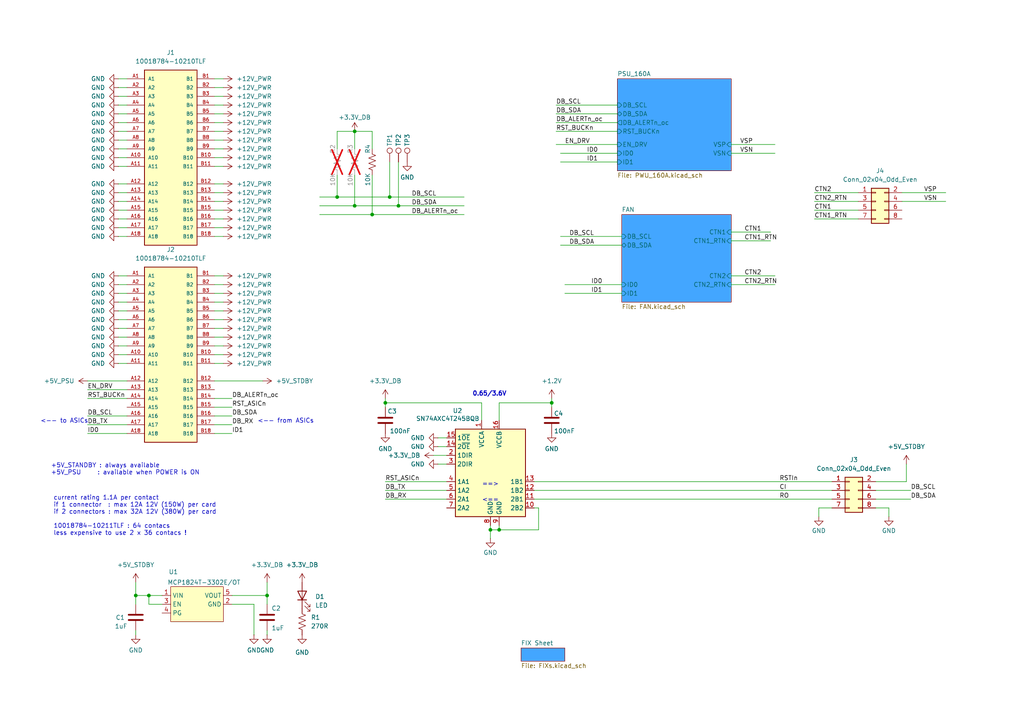
<source format=kicad_sch>
(kicad_sch (version 20231120) (generator "eeschema") (generator_version "8.0")
  (paper "A4")
  (lib_symbols
    (symbol "10018784-10210TLF:10018784-10210TLF" (pin_names (offset 1.016))
      (property "Reference" "J" (at -7.6109 26.1679 0))
      (property "Value" "10018784-10210TLF" (at -7.6106 -28.0246 0))
      (symbol "10018784-10210TLF_0_0"
        (rectangle (start -7.62 -25.4) (end 7.62 25.4) (stroke (width 0.254)) (fill (type background)))
        (pin passive line (at -12.7 22.86 0) (length 5.08) (name "A1") (number "A1"))
        (pin passive line (at -12.7 0 0) (length 5.08) (name "A10") (number "A10"))
        (pin passive line (at -12.7 -2.54 0) (length 5.08) (name "A11") (number "A11"))
        (pin passive line (at -12.7 -7.62 0) (length 5.08) (name "A12") (number "A12"))
        (pin passive line (at -12.7 -10.16 0) (length 5.08) (name "A13") (number "A13"))
        (pin passive line (at -12.7 -12.7 0) (length 5.08) (name "A14") (number "A14"))
        (pin passive line (at -12.7 -15.24 0) (length 5.08) (name "A15") (number "A15"))
        (pin passive line (at -12.7 -17.78 0) (length 5.08) (name "A16") (number "A16"))
        (pin passive line (at -12.7 -20.32 0) (length 5.08) (name "A17") (number "A17"))
        (pin passive line (at -12.7 -22.86 0) (length 5.08) (name "A18") (number "A18"))
        (pin passive line (at -12.7 20.32 0) (length 5.08) (name "A2") (number "A2"))
        (pin passive line (at -12.7 17.78 0) (length 5.08) (name "A3") (number "A3"))
        (pin passive line (at -12.7 15.24 0) (length 5.08) (name "A4") (number "A4"))
        (pin passive line (at -12.7 12.7 0) (length 5.08) (name "A5") (number "A5"))
        (pin passive line (at -12.7 10.16 0) (length 5.08) (name "A6") (number "A6"))
        (pin passive line (at -12.7 7.62 0) (length 5.08) (name "A7") (number "A7"))
        (pin passive line (at -12.7 5.08 0) (length 5.08) (name "A8") (number "A8"))
        (pin passive line (at -12.7 2.54 0) (length 5.08) (name "A9") (number "A9"))
        (pin passive line (at 12.7 22.86 180) (length 5.08) (name "B1") (number "B1"))
        (pin passive line (at 12.7 0 180) (length 5.08) (name "B10") (number "B10"))
        (pin passive line (at 12.7 -2.54 180) (length 5.08) (name "B11") (number "B11"))
        (pin passive line (at 12.7 -7.62 180) (length 5.08) (name "B12") (number "B12"))
        (pin passive line (at 12.7 -10.16 180) (length 5.08) (name "B13") (number "B13"))
        (pin passive line (at 12.7 -12.7 180) (length 5.08) (name "B14") (number "B14"))
        (pin passive line (at 12.7 -15.24 180) (length 5.08) (name "B15") (number "B15"))
        (pin passive line (at 12.7 -17.78 180) (length 5.08) (name "B16") (number "B16"))
        (pin passive line (at 12.7 -20.32 180) (length 5.08) (name "B17") (number "B17"))
        (pin passive line (at 12.7 -22.86 180) (length 5.08) (name "B18") (number "B18"))
        (pin passive line (at 12.7 20.32 180) (length 5.08) (name "B2") (number "B2"))
        (pin passive line (at 12.7 17.78 180) (length 5.08) (name "B3") (number "B3"))
        (pin passive line (at 12.7 15.24 180) (length 5.08) (name "B4") (number "B4"))
        (pin passive line (at 12.7 12.7 180) (length 5.08) (name "B5") (number "B5"))
        (pin passive line (at 12.7 10.16 180) (length 5.08) (name "B6") (number "B6"))
        (pin passive line (at 12.7 7.62 180) (length 5.08) (name "B7") (number "B7"))
        (pin passive line (at 12.7 5.08 180) (length 5.08) (name "B8") (number "B8"))
        (pin passive line (at 12.7 2.54 180) (length 5.08) (name "B9") (number "B9"))
      )
    )
    (symbol "Connector:TestPoint" (pin_numbers hide) (pin_names (offset 0.762) hide)
      (property "Reference" "TP" (at 0 6.858 0))
      (property "Value" "TestPoint" (at 0 5.08 0))
      (symbol "TestPoint_0_1"
        (circle (center 0 3.302) (radius 0.762))
      )
      (symbol "TestPoint_1_1"
        (pin passive line (at 0 0 90) (length 2.54) (name "1") (number "1"))
      )
    )
    (symbol "Connector_Generic:Conn_02x04_Odd_Even" (pin_names (offset 1.016) hide)
      (property "Reference" "J" (at 1.27 5.08 0))
      (property "Value" "Conn_02x04_Odd_Even" (at 1.27 -7.62 0))
      (symbol "Conn_02x04_Odd_Even_1_1"
        (rectangle (start -1.27 -4.953) (end 0 -5.207) (stroke (width 0.1524)))
        (rectangle (start -1.27 -2.413) (end 0 -2.667) (stroke (width 0.1524)))
        (rectangle (start -1.27 0.127) (end 0 -0.127) (stroke (width 0.1524)))
        (rectangle (start -1.27 2.667) (end 0 2.413) (stroke (width 0.1524)))
        (rectangle (start -1.27 3.81) (end 3.81 -6.35) (stroke (width 0.254)) (fill (type background)))
        (rectangle (start 3.81 -4.953) (end 2.54 -5.207) (stroke (width 0.1524)))
        (rectangle (start 3.81 -2.413) (end 2.54 -2.667) (stroke (width 0.1524)))
        (rectangle (start 3.81 0.127) (end 2.54 -0.127) (stroke (width 0.1524)))
        (rectangle (start 3.81 2.667) (end 2.54 2.413) (stroke (width 0.1524)))
        (pin passive line (at -5.08 2.54 0) (length 3.81) (name "Pin_1") (number "1"))
        (pin passive line (at 7.62 2.54 180) (length 3.81) (name "Pin_2") (number "2"))
        (pin passive line (at -5.08 0 0) (length 3.81) (name "Pin_3") (number "3"))
        (pin passive line (at 7.62 0 180) (length 3.81) (name "Pin_4") (number "4"))
        (pin passive line (at -5.08 -2.54 0) (length 3.81) (name "Pin_5") (number "5"))
        (pin passive line (at 7.62 -2.54 180) (length 3.81) (name "Pin_6") (number "6"))
        (pin passive line (at -5.08 -5.08 0) (length 3.81) (name "Pin_7") (number "7"))
        (pin passive line (at 7.62 -5.08 180) (length 3.81) (name "Pin_8") (number "8"))
      )
    )
    (symbol "Device:C" (pin_numbers hide) (pin_names (offset 0.254))
      (property "Reference" "C" (at 0.635 2.54 0))
      (property "Value" "C" (at 0.635 -2.54 0))
      (symbol "C_0_1"
        (polyline (pts (xy -2.032 -0.762) (xy 2.032 -0.762)) (stroke (width 0.508)))
        (polyline (pts (xy -2.032 0.762) (xy 2.032 0.762)) (stroke (width 0.508)))
      )
      (symbol "C_1_1"
        (pin passive line (at 0 3.81 270) (length 2.794) (name "~") (number "1"))
        (pin passive line (at 0 -3.81 90) (length 2.794) (name "~") (number "2"))
      )
    )
    (symbol "Device:LED" (pin_numbers hide) (pin_names (offset 1.016) hide)
      (property "Reference" "D" (at 0 2.54 0))
      (property "Value" "LED" (at 0 -2.54 0))
      (symbol "LED_0_1"
        (polyline (pts (xy -1.27 -1.27) (xy -1.27 1.27)) (stroke (width 0.254)))
        (polyline (pts (xy -1.27 0) (xy 1.27 0)))
        (polyline (pts (xy 1.27 -1.27) (xy 1.27 1.27) (xy -1.27 0) (xy 1.27 -1.27)) (stroke (width 0.254)))
        (polyline (pts (xy -3.048 -0.762) (xy -4.572 -2.286) (xy -3.81 -2.286) (xy -4.572 -2.286) (xy -4.572 -1.524)))
        (polyline (pts (xy -1.778 -0.762) (xy -3.302 -2.286) (xy -2.54 -2.286) (xy -3.302 -2.286) (xy -3.302 -1.524)))
      )
      (symbol "LED_1_1"
        (pin passive line (at -3.81 0 0) (length 2.54) (name "K") (number "1"))
        (pin passive line (at 3.81 0 180) (length 2.54) (name "A") (number "2"))
      )
    )
    (symbol "Device:R_US" (pin_numbers hide) (pin_names (offset 0))
      (property "Reference" "R" (at 2.54 0 90))
      (property "Value" "R_US" (at -2.54 0 90))
      (symbol "R_US_0_1"
        (polyline (pts (xy 0 -2.286) (xy 0 -2.54)))
        (polyline (pts (xy 0 2.286) (xy 0 2.54)))
        (polyline (pts (xy 0 -0.762) (xy 1.016 -1.143) (xy 0 -1.524) (xy -1.016 -1.905) (xy 0 -2.286)))
        (polyline (pts (xy 0 0.762) (xy 1.016 0.381) (xy 0 0) (xy -1.016 -0.381) (xy 0 -0.762)))
        (polyline (pts (xy 0 2.286) (xy 1.016 1.905) (xy 0 1.524) (xy -1.016 1.143) (xy 0 0.762)))
      )
      (symbol "R_US_1_1"
        (pin passive line (at 0 3.81 270) (length 1.27) (name "~") (number "1"))
        (pin passive line (at 0 -3.81 90) (length 1.27) (name "~") (number "2"))
      )
    )
    (symbol "EKO_Miner_ASIClib:SN74AXC4T245BQB"
      (property "Reference" "U" (at 6.604 16.002 0))
      (property "Value" "SN74AXC4T245BQB" (at 14.986 13.97 0))
      (symbol "SN74AXC4T245BQB_0_1"
        (rectangle (start -10.16 12.7) (end 10.16 -12.7) (stroke (width 0.254)) (fill (type background)))
      )
      (symbol "SN74AXC4T245BQB_1_1"
        (pin power_in line (at -2.54 15.24 270) (length 2.54) (name "VCCA") (number "1"))
        (pin bidirectional line (at 12.7 -10.16 180) (length 2.54) (name "2B2") (number "10"))
        (pin bidirectional line (at 12.7 -7.62 180) (length 2.54) (name "2B1") (number "11"))
        (pin bidirectional line (at 12.7 -5.08 180) (length 2.54) (name "1B2") (number "12"))
        (pin bidirectional line (at 12.7 -2.54 180) (length 2.54) (name "1B1") (number "13"))
        (pin input line (at -12.7 7.62 0) (length 2.54) (name "2~{OE}") (number "14"))
        (pin input line (at -12.7 10.16 0) (length 2.54) (name "1~{OE}") (number "15"))
        (pin power_in line (at 2.54 15.24 270) (length 2.54) (name "VCCB") (number "16"))
        (pin input line (at -12.7 5.08 0) (length 2.54) (name "1DIR") (number "2"))
        (pin input line (at -12.7 2.54 0) (length 2.54) (name "2DIR") (number "3"))
        (pin bidirectional line (at -12.7 -2.54 0) (length 2.54) (name "1A1") (number "4"))
        (pin bidirectional line (at -12.7 -5.08 0) (length 2.54) (name "1A2") (number "5"))
        (pin bidirectional line (at -12.7 -7.62 0) (length 2.54) (name "2A1") (number "6"))
        (pin bidirectional line (at -12.7 -10.16 0) (length 2.54) (name "2A2") (number "7"))
        (pin power_in line (at 0 -15.24 90) (length 2.54) (name "GND") (number "8"))
        (pin power_in line (at 2.54 -15.24 90) (length 2.54) (name "GND") (number "9"))
      )
    )
    (symbol "MCP1824_1"
      (property "Reference" "U" (at -7.62 5.08 0))
      (property "Value" "MCP1824_1" (at 5.08 5.08 0))
      (symbol "MCP1824_1_0_1"
        (rectangle (start -7.62 3.81) (end 7.62 -6.35) (stroke (width 0.1524)) (fill (type background)))
      )
      (symbol "MCP1824_1_1_0"
        (pin bidirectional line (at -10.16 1.27 0) (length 2.54) (name "VIN") (number "1"))
        (pin bidirectional line (at 10.16 -1.27 180) (length 2.54) (name "GND") (number "2"))
        (pin bidirectional line (at -10.16 -1.27 0) (length 2.54) (name "EN") (number "3"))
        (pin bidirectional line (at -10.16 -3.81 0) (length 2.54) (name "PG") (number "4"))
        (pin bidirectional line (at 10.16 1.27 180) (length 2.54) (name "VOUT") (number "5"))
      )
    )
    (symbol "power:+3.3V" (power) (pin_names (offset 0))
      (property "Value" "+3.3V" (at 0 3.556 0))
      (symbol "+3.3V_0_1"
        (polyline (pts (xy -0.762 1.27) (xy 0 2.54)))
        (polyline (pts (xy 0 0) (xy 0 2.54)))
        (polyline (pts (xy 0 2.54) (xy 0.762 1.27)))
      )
      (symbol "+3.3V_1_1"
        (pin power_in line (at 0 0 90) (length 0) hide (name "+3.3V") (number "1"))
      )
    )
    (symbol "power:GND" (power) (pin_numbers hide) (pin_names (offset 0) hide)
      (property "Value" "GND" (at 0 -3.81 0))
      (symbol "GND_0_1"
        (polyline (pts (xy 0 0) (xy 0 -1.27) (xy 1.27 -1.27) (xy 0 -2.54) (xy -1.27 -1.27) (xy 0 -1.27)))
      )
      (symbol "GND_1_1"
        (pin power_in line (at 0 0 270) (length 0) (name "~") (number "1"))
      )
    )
    (symbol "power:VDD" (power) (pin_numbers hide) (pin_names (offset 0) hide)
      (property "Value" "VDD" (at 0 3.556 0))
      (symbol "VDD_0_1"
        (polyline (pts (xy -0.762 1.27) (xy 0 2.54)))
        (polyline (pts (xy 0 0) (xy 0 2.54)))
        (polyline (pts (xy 0 2.54) (xy 0.762 1.27)))
      )
      (symbol "VDD_1_1"
        (pin power_in line (at 0 0 90) (length 0) (name "~") (number "1"))
      )
    )
  )
  (junction (at 97.79 57.15))
  (junction (at 102.87 38.1))
  (junction (at 142.24 153.67))
  (junction (at 111.76 116.84))
  (junction (at 107.95 62.23))
  (junction (at 115.57 59.69))
  (junction (at 39.37 172.72))
  (junction (at 77.47 172.72))
  (junction (at 102.87 59.69))
  (junction (at 160.02 116.84))
  (junction (at 113.03 57.15))
  (junction (at 43.18 172.72))
  (junction (at 144.78 153.67))
  (wire (pts (xy 92.71 57.15) (xy 97.79 57.15)))
  (wire (pts (xy 129.54 132.08) (xy 125.73 132.08)))
  (wire (pts (xy 111.76 142.24) (xy 129.54 142.24)))
  (wire (pts (xy 39.37 172.72) (xy 39.37 175.26)))
  (wire (pts (xy 62.23 33.02) (xy 64.77 33.02)))
  (wire (pts (xy 107.95 62.23) (xy 134.62 62.23)))
  (wire (pts (xy 107.95 50.8) (xy 107.95 62.23)))
  (wire (pts (xy 62.23 43.18) (xy 64.77 43.18)))
  (wire (pts (xy 25.4 110.49) (xy 36.83 110.49)))
  (wire (pts (xy 25.4 120.65) (xy 36.83 120.65)))
  (wire (pts (xy 39.37 168.91) (xy 39.37 172.72)))
  (wire (pts (xy 261.62 58.42) (xy 274.32 58.42)))
  (wire (pts (xy 34.29 102.87) (xy 36.83 102.87)))
  (wire (pts (xy 25.4 123.19) (xy 36.83 123.19)))
  (wire (pts (xy 64.77 92.71) (xy 62.23 92.71)))
  (wire (pts (xy 212.09 80.01) (xy 224.79 80.01)))
  (wire (pts (xy 62.23 60.96) (xy 64.77 60.96)))
  (wire (pts (xy 34.29 33.02) (xy 36.83 33.02)))
  (wire (pts (xy 162.56 68.58) (xy 180.34 68.58)))
  (wire (pts (xy 142.24 153.67) (xy 144.78 153.67)))
  (wire (pts (xy 154.94 144.78) (xy 241.3 144.78)))
  (wire (pts (xy 34.29 100.33) (xy 36.83 100.33)))
  (wire (pts (xy 34.29 60.96) (xy 36.83 60.96)))
  (wire (pts (xy 39.37 172.72) (xy 43.18 172.72)))
  (wire (pts (xy 236.22 58.42) (xy 248.92 58.42)))
  (wire (pts (xy 34.29 87.63) (xy 36.83 87.63)))
  (wire (pts (xy 179.07 46.99) (xy 162.56 46.99)))
  (wire (pts (xy 64.77 87.63) (xy 62.23 87.63)))
  (wire (pts (xy 34.29 53.34) (xy 36.83 53.34)))
  (wire (pts (xy 43.18 172.72) (xy 46.99 172.72)))
  (wire (pts (xy 77.47 184.15) (xy 77.47 182.88)))
  (wire (pts (xy 34.29 45.72) (xy 36.83 45.72)))
  (wire (pts (xy 64.77 22.86) (xy 62.23 22.86)))
  (wire (pts (xy 34.29 55.88) (xy 36.83 55.88)))
  (wire (pts (xy 262.89 139.7) (xy 254 139.7)))
  (wire (pts (xy 34.29 22.86) (xy 36.83 22.86)))
  (wire (pts (xy 212.09 41.91) (xy 224.79 41.91)))
  (wire (pts (xy 113.03 57.15) (xy 134.62 57.15)))
  (wire (pts (xy 111.76 118.11) (xy 111.76 116.84)))
  (wire (pts (xy 34.29 40.64) (xy 36.83 40.64)))
  (wire (pts (xy 73.66 184.15) (xy 73.66 175.26)))
  (wire (pts (xy 111.76 144.78) (xy 129.54 144.78)))
  (wire (pts (xy 97.79 38.1) (xy 102.87 38.1)))
  (wire (pts (xy 144.78 116.84) (xy 144.78 121.92)))
  (wire (pts (xy 160.02 118.11) (xy 160.02 116.84)))
  (wire (pts (xy 237.49 147.32) (xy 237.49 149.86)))
  (wire (pts (xy 34.29 90.17) (xy 36.83 90.17)))
  (wire (pts (xy 34.29 38.1) (xy 36.83 38.1)))
  (wire (pts (xy 142.24 153.67) (xy 142.24 156.21)))
  (wire (pts (xy 154.94 139.7) (xy 241.3 139.7)))
  (wire (pts (xy 34.29 35.56) (xy 36.83 35.56)))
  (wire (pts (xy 62.23 110.49) (xy 76.2 110.49)))
  (wire (pts (xy 154.94 147.32) (xy 156.21 147.32)))
  (wire (pts (xy 264.16 144.78) (xy 254 144.78)))
  (wire (pts (xy 64.77 63.5) (xy 62.23 63.5)))
  (wire (pts (xy 144.78 153.67) (xy 156.21 153.67)))
  (wire (pts (xy 212.09 69.85) (xy 223.52 69.85)))
  (wire (pts (xy 62.23 125.73) (xy 67.31 125.73)))
  (wire (pts (xy 64.77 30.48) (xy 62.23 30.48)))
  (wire (pts (xy 179.07 44.45) (xy 162.56 44.45)))
  (wire (pts (xy 64.77 45.72) (xy 62.23 45.72)))
  (wire (pts (xy 34.29 80.01) (xy 36.83 80.01)))
  (wire (pts (xy 241.3 147.32) (xy 237.49 147.32)))
  (wire (pts (xy 115.57 46.99) (xy 115.57 59.69)))
  (wire (pts (xy 262.89 134.62) (xy 262.89 139.7)))
  (wire (pts (xy 261.62 55.88) (xy 274.32 55.88)))
  (wire (pts (xy 180.34 82.55) (xy 163.83 82.55)))
  (wire (pts (xy 34.29 27.94) (xy 36.83 27.94)))
  (wire (pts (xy 102.87 50.8) (xy 102.87 59.69)))
  (wire (pts (xy 161.29 30.48) (xy 179.07 30.48)))
  (wire (pts (xy 180.34 85.09) (xy 163.83 85.09)))
  (wire (pts (xy 62.23 25.4) (xy 64.77 25.4)))
  (wire (pts (xy 111.76 139.7) (xy 129.54 139.7)))
  (wire (pts (xy 102.87 38.1) (xy 102.87 43.18)))
  (wire (pts (xy 34.29 97.79) (xy 36.83 97.79)))
  (wire (pts (xy 64.77 58.42) (xy 62.23 58.42)))
  (wire (pts (xy 34.29 85.09) (xy 36.83 85.09)))
  (wire (pts (xy 62.23 90.17) (xy 64.77 90.17)))
  (wire (pts (xy 62.23 120.65) (xy 67.31 120.65)))
  (wire (pts (xy 111.76 116.84) (xy 111.76 115.57)))
  (wire (pts (xy 129.54 129.54) (xy 127 129.54)))
  (wire (pts (xy 64.77 97.79) (xy 62.23 97.79)))
  (wire (pts (xy 264.16 142.24) (xy 254 142.24)))
  (wire (pts (xy 43.18 172.72) (xy 43.18 175.26)))
  (wire (pts (xy 236.22 63.5) (xy 248.92 63.5)))
  (wire (pts (xy 77.47 172.72) (xy 77.47 175.26)))
  (wire (pts (xy 25.4 115.57) (xy 36.83 115.57)))
  (wire (pts (xy 64.77 40.64) (xy 62.23 40.64)))
  (wire (pts (xy 129.54 134.62) (xy 127 134.62)))
  (wire (pts (xy 102.87 59.69) (xy 115.57 59.69)))
  (wire (pts (xy 62.23 66.04) (xy 64.77 66.04)))
  (wire (pts (xy 62.23 115.57) (xy 67.31 115.57)))
  (wire (pts (xy 142.24 152.4) (xy 142.24 153.67)))
  (wire (pts (xy 34.29 82.55) (xy 36.83 82.55)))
  (wire (pts (xy 62.23 95.25) (xy 64.77 95.25)))
  (wire (pts (xy 34.29 43.18) (xy 36.83 43.18)))
  (wire (pts (xy 62.23 105.41) (xy 64.77 105.41)))
  (wire (pts (xy 97.79 43.18) (xy 97.79 38.1)))
  (wire (pts (xy 97.79 57.15) (xy 113.03 57.15)))
  (wire (pts (xy 64.77 53.34) (xy 62.23 53.34)))
  (wire (pts (xy 161.29 35.56) (xy 179.07 35.56)))
  (wire (pts (xy 34.29 95.25) (xy 36.83 95.25)))
  (wire (pts (xy 154.94 142.24) (xy 241.3 142.24)))
  (wire (pts (xy 64.77 35.56) (xy 62.23 35.56)))
  (wire (pts (xy 257.81 147.32) (xy 257.81 149.86)))
  (wire (pts (xy 212.09 67.31) (xy 223.52 67.31)))
  (wire (pts (xy 34.29 58.42) (xy 36.83 58.42)))
  (wire (pts (xy 34.29 66.04) (xy 36.83 66.04)))
  (wire (pts (xy 111.76 116.84) (xy 139.7 116.84)))
  (wire (pts (xy 113.03 46.99) (xy 113.03 57.15)))
  (wire (pts (xy 73.66 175.26) (xy 67.31 175.26)))
  (wire (pts (xy 156.21 147.32) (xy 156.21 153.67)))
  (wire (pts (xy 62.23 118.11) (xy 67.31 118.11)))
  (wire (pts (xy 236.22 55.88) (xy 248.92 55.88)))
  (wire (pts (xy 161.29 33.02) (xy 179.07 33.02)))
  (wire (pts (xy 236.22 60.96) (xy 248.92 60.96)))
  (wire (pts (xy 161.29 38.1) (xy 179.07 38.1)))
  (wire (pts (xy 64.77 68.58) (xy 62.23 68.58)))
  (wire (pts (xy 77.47 168.91) (xy 77.47 172.72)))
  (wire (pts (xy 212.09 44.45) (xy 224.79 44.45)))
  (wire (pts (xy 34.29 48.26) (xy 36.83 48.26)))
  (wire (pts (xy 160.02 116.84) (xy 160.02 115.57)))
  (wire (pts (xy 144.78 152.4) (xy 144.78 153.67)))
  (wire (pts (xy 139.7 121.92) (xy 139.7 116.84)))
  (wire (pts (xy 115.57 59.69) (xy 134.62 59.69)))
  (wire (pts (xy 62.23 100.33) (xy 64.77 100.33)))
  (wire (pts (xy 34.29 63.5) (xy 36.83 63.5)))
  (wire (pts (xy 144.78 116.84) (xy 160.02 116.84)))
  (wire (pts (xy 34.29 68.58) (xy 36.83 68.58)))
  (wire (pts (xy 25.4 125.73) (xy 36.83 125.73)))
  (wire (pts (xy 62.23 38.1) (xy 64.77 38.1)))
  (wire (pts (xy 34.29 92.71) (xy 36.83 92.71)))
  (wire (pts (xy 62.23 48.26) (xy 64.77 48.26)))
  (wire (pts (xy 97.79 50.8) (xy 97.79 57.15)))
  (wire (pts (xy 212.09 82.55) (xy 224.79 82.55)))
  (wire (pts (xy 34.29 25.4) (xy 36.83 25.4)))
  (wire (pts (xy 25.4 113.03) (xy 36.83 113.03)))
  (wire (pts (xy 43.18 175.26) (xy 46.99 175.26)))
  (wire (pts (xy 62.23 82.55) (xy 64.77 82.55)))
  (wire (pts (xy 64.77 27.94) (xy 62.23 27.94)))
  (wire (pts (xy 62.23 55.88) (xy 64.77 55.88)))
  (wire (pts (xy 34.29 105.41) (xy 36.83 105.41)))
  (wire (pts (xy 162.56 71.12) (xy 180.34 71.12)))
  (wire (pts (xy 92.71 62.23) (xy 107.95 62.23)))
  (wire (pts (xy 62.23 123.19) (xy 67.31 123.19)))
  (wire (pts (xy 64.77 85.09) (xy 62.23 85.09)))
  (wire (pts (xy 92.71 59.69) (xy 102.87 59.69)))
  (wire (pts (xy 161.29 41.91) (xy 179.07 41.91)))
  (wire (pts (xy 34.29 30.48) (xy 36.83 30.48)))
  (wire (pts (xy 107.95 38.1) (xy 107.95 43.18)))
  (wire (pts (xy 64.77 80.01) (xy 62.23 80.01)))
  (wire (pts (xy 64.77 102.87) (xy 62.23 102.87)))
  (wire (pts (xy 67.31 172.72) (xy 77.47 172.72)))
  (wire (pts (xy 39.37 184.15) (xy 39.37 182.88)))
  (wire (pts (xy 127 127) (xy 129.54 127)))
  (wire (pts (xy 254 147.32) (xy 257.81 147.32)))
  (wire (pts (xy 102.87 38.1) (xy 107.95 38.1)))
  (text "<-- from ASICs" (at 74.676 122.174 0) (effects (font (size 1.27 1.27)) (justify left)))
  (text "==>" (at 142.24 140.462 0) (effects (font (size 1.27 1.27))))
  (text "0.65/3.6V" (at 141.986 114.3 0) (effects (font (size 1.27 1.27) (bold yes))))
  (text "<==" (at 142.24 145.034 0) (effects (font (size 1.27 1.27))))
  (text "<-- to ASICs" (at 11.684 122.174 0) (effects (font (size 1.27 1.27)) (justify left)))
  (text "current rating 1.1A per contact\nif 1 connector  : max 12A 12V (150W) per card\nif 2 connectors : max 32A 12V (380W) per card\n\n10018784-10211TLF : 64 contacs\nless expensive to use 2 x 36 contacs !" (at 15.494 149.606 0) (effects (font (size 1.27 1.27)) (justify left)))
  (text "+5V_STANDBY : always available\n+5V_PSU     : available when POWER is ON" (at 14.732 136.144 0) (effects (font (size 1.27 1.27)) (justify left)))
  (label "RST_BUCKn" (at 25.4 115.57 0))
  (label "DB_RX" (at 111.76 144.78 0))
  (label "EN_DRV" (at 25.4 113.03 0))
  (label "CTN1_RTN" (at 215.9 69.85 0))
  (label "DB_SDA" (at 67.31 120.65 0))
  (label "DB_SCL" (at 165.1 68.58 0))
  (label "RSTIn" (at 226.06 139.7 0))
  (label "RST_ASICn" (at 111.76 139.7 0))
  (label "VSP" (at 214.63 41.91 0))
  (label "DB_ALERTn_oc" (at 161.29 35.56 0))
  (label "CI" (at 226.06 142.24 0))
  (label "DB_ALERTn_oc" (at 67.31 115.57 0))
  (label "DB_ALERTn_oc" (at 119.38 62.23 0))
  (label "CTN1_RTN" (at 236.22 63.5 0))
  (label "ID1" (at 170.18 46.99 0))
  (label "DB_SDA" (at 264.16 144.78 0))
  (label "DB_SCL" (at 25.4 120.65 0))
  (label "DB_SDA" (at 161.29 33.02 0))
  (label "VSN" (at 267.97 58.42 0))
  (label "VSN" (at 214.63 44.45 0))
  (label "ID1" (at 171.45 85.09 0))
  (label "DB_TX" (at 111.76 142.24 0))
  (label "DB_SCL" (at 119.38 57.15 0))
  (label "ID1" (at 67.31 125.73 0))
  (label "RST_ASICn" (at 67.31 118.11 0))
  (label "ID0" (at 25.4 125.73 0))
  (label "ID0" (at 171.45 82.55 0))
  (label "DB_SCL" (at 264.16 142.24 0))
  (label "RST_BUCKn" (at 161.29 38.1 0))
  (label "CTN2_RTN" (at 236.22 58.42 0))
  (label "RO" (at 226.06 144.78 0))
  (label "DB_SDA" (at 119.38 59.69 0))
  (label "CTN2" (at 215.9 80.01 0))
  (label "DB_RX" (at 67.31 123.19 0))
  (label "EN_DRV" (at 163.83 41.91 0))
  (label "ID0" (at 170.18 44.45 0))
  (label "CTN1" (at 215.9 67.31 0))
  (label "DB_TX" (at 25.4 123.19 0))
  (label "DB_SDA" (at 165.1 71.12 0))
  (label "CTN2" (at 236.22 55.88 0))
  (label "CTN1" (at 236.22 60.96 0))
  (label "VSP" (at 267.97 55.88 0))
  (label "DB_SCL" (at 161.29 30.48 0))
  (label "CTN2_RTN" (at 215.9 82.55 0))
  (symbol (lib_id "power:GND") (at 73.66 184.15 0) (mirror y) (unit 1)
    (property "Reference" "#PWR062" (effects (hide yes)))
    (property "Value" "GND" (at 73.66 188.595 0))
  )
  (symbol (lib_id "power:+3.3V") (at 102.87 38.1 0) (unit 1)
    (property "Reference" "#PWR068" (effects (hide yes)))
    (property "Value" "+3.3V_DB" (at 102.87 34.036 0))
  )
  (symbol (lib_id "power:+3.3V") (at 64.77 22.86 270) (unit 1)
    (property "Reference" "#PWR033" (effects (hide yes)))
    (property "Value" "+12V_PWR" (at 68.58 22.8599 90) (effects (justify left)))
  )
  (symbol (lib_id "power:GND") (at 39.37 184.15 0) (mirror y) (unit 1)
    (property "Reference" "#PWR032" (effects (hide yes)))
    (property "Value" "GND" (at 39.37 188.595 0))
  )
  (symbol (lib_id "power:GND") (at 34.29 48.26 270) (unit 1)
    (property "Reference" "#PWR012" (effects (hide yes)))
    (property "Value" "GND" (at 30.48 48.2599 90) (effects (justify right)))
    (property "Description" "Power symbol creates a global label with name \"GND\" , ground" (effects (hide yes)))
  )
  (symbol (lib_id "power:+3.3V") (at 64.77 27.94 270) (unit 1)
    (property "Reference" "#PWR035" (effects (hide yes)))
    (property "Value" "+12V_PWR" (at 68.58 27.9399 90) (effects (justify left)))
  )
  (symbol (lib_id "power:GND") (at 34.29 27.94 270) (unit 1)
    (property "Reference" "#PWR04" (effects (hide yes)))
    (property "Value" "GND" (at 30.48 27.9399 90) (effects (justify right)))
    (property "Description" "Power symbol creates a global label with name \"GND\" , ground" (effects (hide yes)))
  )
  (symbol (lib_id "power:GND") (at 34.29 25.4 270) (unit 1)
    (property "Reference" "#PWR03" (effects (hide yes)))
    (property "Value" "GND" (at 30.48 25.3999 90) (effects (justify right)))
    (property "Description" "Power symbol creates a global label with name \"GND\" , ground" (effects (hide yes)))
  )
  (symbol (lib_id "power:+3.3V") (at 64.77 60.96 270) (unit 1)
    (property "Reference" "#PWR047" (effects (hide yes)))
    (property "Value" "+12V_PWR" (at 68.58 60.9599 90) (effects (justify left)))
  )
  (symbol (lib_id "power:GND") (at 34.29 63.5 270) (unit 1)
    (property "Reference" "#PWR017" (effects (hide yes)))
    (property "Value" "GND" (at 30.48 63.4999 90) (effects (justify right)))
    (property "Description" "Power symbol creates a global label with name \"GND\" , ground" (effects (hide yes)))
  )
  (symbol (lib_id "power:+3.3V") (at 64.77 90.17 270) (unit 1)
    (property "Reference" "#PWR055" (effects (hide yes)))
    (property "Value" "+12V_PWR" (at 68.58 90.1699 90) (effects (justify left)))
  )
  (symbol (lib_id "power:GND") (at 34.29 100.33 270) (unit 1)
    (property "Reference" "#PWR028" (effects (hide yes)))
    (property "Value" "GND" (at 30.48 100.3299 90) (effects (justify right)))
    (property "Description" "Power symbol creates a global label with name \"GND\" , ground" (effects (hide yes)))
  )
  (symbol (lib_id "power:GND") (at 34.29 33.02 270) (unit 1)
    (property "Reference" "#PWR06" (effects (hide yes)))
    (property "Value" "GND" (at 30.48 33.0199 90) (effects (justify right)))
    (property "Description" "Power symbol creates a global label with name \"GND\" , ground" (effects (hide yes)))
  )
  (symbol (lib_id "power:GND") (at 34.29 58.42 270) (unit 1)
    (property "Reference" "#PWR015" (effects (hide yes)))
    (property "Value" "GND" (at 30.48 58.4199 90) (effects (justify right)))
    (property "Description" "Power symbol creates a global label with name \"GND\" , ground" (effects (hide yes)))
  )
  (symbol (lib_id "power:GND") (at 111.76 125.73 0) (mirror y) (unit 1)
    (property "Reference" "#PWR070" (effects (hide yes)))
    (property "Value" "GND" (at 111.76 130.175 0))
  )
  (symbol (lib_id "power:+3.3V") (at 262.89 134.62 0) (mirror y) (unit 1)
    (property "Reference" "#PWR081" (effects (hide yes)))
    (property "Value" "+5V_STDBY" (at 262.89 129.54 0))
  )
  (symbol (lib_id "power:GND") (at 127 134.62 270) (mirror x) (unit 1)
    (property "Reference" "#PWR075" (effects (hide yes)))
    (property "Value" "GND" (at 123.19 134.6199 90) (effects (justify right)))
  )
  (symbol (lib_id "power:+3.3V") (at 64.77 48.26 270) (unit 1)
    (property "Reference" "#PWR043" (effects (hide yes)))
    (property "Value" "+12V_PWR" (at 68.58 48.2599 90) (effects (justify left)))
  )
  (symbol (lib_id "power:+3.3V") (at 111.76 115.57 0) (unit 1)
    (property "Reference" "#PWR069" (effects (hide yes)))
    (property "Value" "+3.3V_DB" (at 111.76 110.49 0))
  )
  (symbol (lib_id "Connector_Generic:Conn_02x04_Odd_Even") (at 254 58.42 0) (unit 1)
    (property "Reference" "J4" (at 255.27 49.53 0))
    (property "Value" "Conn_02x04_Odd_Even" (at 255.27 52.07 0))
    (property "Description" "Generic connector, double row, 02x04, odd/even pin numbering scheme (row 1 odd numbers, row 2 even numbers), script generated (kicad-library-utils/schlib/autogen/connector/)" (effects (hide yes)))
  )
  (symbol (lib_id "power:GND") (at 34.29 30.48 270) (unit 1)
    (property "Reference" "#PWR05" (effects (hide yes)))
    (property "Value" "GND" (at 30.48 30.4799 90) (effects (justify right)))
    (property "Description" "Power symbol creates a global label with name \"GND\" , ground" (effects (hide yes)))
  )
  (symbol (lib_id "power:+3.3V") (at 64.77 25.4 270) (unit 1)
    (property "Reference" "#PWR034" (effects (hide yes)))
    (property "Value" "+12V_PWR" (at 68.58 25.3999 90) (effects (justify left)))
  )
  (symbol (lib_id "Device:C") (at 77.47 179.07 0) (unit 1)
    (property "Reference" "C2" (at 78.74 177.165 0) (effects (justify left bottom)))
    (property "Value" "1uF" (at 78.74 182.88 0) (effects (justify left bottom)))
    (property "Footprint" "Capacitor_SMD:C_0805_2012Metric_Pad1.18x1.45mm_HandSolder" (effects (hide yes)))
  )
  (symbol (lib_id "power:+3.3V") (at 64.77 58.42 270) (unit 1)
    (property "Reference" "#PWR046" (effects (hide yes)))
    (property "Value" "+12V_PWR" (at 68.58 58.4199 90) (effects (justify left)))
  )
  (symbol (lib_id "power:+3.3V") (at 64.77 85.09 270) (unit 1)
    (property "Reference" "#PWR053" (effects (hide yes)))
    (property "Value" "+12V_PWR" (at 68.58 85.0899 90) (effects (justify left)))
  )
  (symbol (lib_id "power:+3.3V") (at 64.77 33.02 270) (unit 1)
    (property "Reference" "#PWR037" (effects (hide yes)))
    (property "Value" "+12V_PWR" (at 68.58 33.0199 90) (effects (justify left)))
  )
  (symbol (lib_id "Device:R_US") (at 107.95 46.99 180) (unit 1)
    (property "Reference" "R4" (at 106.68 43.18 90))
    (property "Value" "10K" (at 106.68 52.07 90))
    (property "Footprint" "Resistor_SMD:R_0805_2012Metric_Pad1.20x1.40mm_HandSolder" (effects (hide yes)))
  )
  (symbol (lib_id "power:GND") (at 87.63 184.15 0) (unit 1)
    (property "Reference" "#PWR067" (effects (hide yes)))
    (property "Value" "GND" (at 87.63 189.23 0))
    (property "Description" "Power symbol creates a global label with name \"GND\" , ground" (effects (hide yes)))
  )
  (symbol (lib_id "power:+3.3V") (at 64.77 87.63 270) (unit 1)
    (property "Reference" "#PWR054" (effects (hide yes)))
    (property "Value" "+12V_PWR" (at 68.58 87.6299 90) (effects (justify left)))
  )
  (symbol (lib_id "power:+3.3V") (at 64.77 66.04 270) (unit 1)
    (property "Reference" "#PWR049" (effects (hide yes)))
    (property "Value" "+12V_PWR" (at 68.58 66.0399 90) (effects (justify left)))
  )
  (symbol (lib_id "Device:C") (at 160.02 121.92 0) (unit 1)
    (property "Reference" "C4" (at 160.655 120.65 0) (effects (justify left bottom)))
    (property "Value" "100nF" (at 160.655 125.73 0) (effects (justify left bottom)))
    (property "Footprint" "Capacitor_SMD:C_0805_2012Metric_Pad1.18x1.45mm_HandSolder" (effects (hide yes)))
  )
  (symbol (lib_id "power:GND") (at 34.29 55.88 270) (unit 1)
    (property "Reference" "#PWR014" (effects (hide yes)))
    (property "Value" "GND" (at 30.48 55.8799 90) (effects (justify right)))
    (property "Description" "Power symbol creates a global label with name \"GND\" , ground" (effects (hide yes)))
  )
  (symbol (lib_id "power:+3.3V") (at 64.77 40.64 270) (unit 1)
    (property "Reference" "#PWR040" (effects (hide yes)))
    (property "Value" "+12V_PWR" (at 68.58 40.6399 90) (effects (justify left)))
  )
  (symbol (lib_id "power:GND") (at 34.29 80.01 270) (unit 1)
    (property "Reference" "#PWR020" (effects (hide yes)))
    (property "Value" "GND" (at 30.48 80.0099 90) (effects (justify right)))
    (property "Description" "Power symbol creates a global label with name \"GND\" , ground" (effects (hide yes)))
  )
  (symbol (lib_id "power:+3.3V") (at 64.77 38.1 270) (unit 1)
    (property "Reference" "#PWR039" (effects (hide yes)))
    (property "Value" "+12V_PWR" (at 68.58 38.0999 90) (effects (justify left)))
  )
  (symbol (lib_id "power:+3.3V") (at 64.77 45.72 270) (unit 1)
    (property "Reference" "#PWR042" (effects (hide yes)))
    (property "Value" "+12V_PWR" (at 68.58 45.7199 90) (effects (justify left)))
  )
  (symbol (lib_id "Device:R_US") (at 87.63 180.34 180) (unit 1)
    (property "Reference" "R1" (at 90.17 179.0699 0) (effects (justify right)))
    (property "Value" "270R" (at 90.17 181.6099 0) (effects (justify right)))
    (property "Footprint" "Resistor_SMD:R_0805_2012Metric_Pad1.20x1.40mm_HandSolder" (effects (hide yes)))
  )
  (symbol (lib_id "power:+3.3V") (at 64.77 95.25 270) (unit 1)
    (property "Reference" "#PWR057" (effects (hide yes)))
    (property "Value" "+12V_PWR" (at 68.58 95.2499 90) (effects (justify left)))
  )
  (symbol (lib_id "Device:LED") (at 87.63 172.72 90) (unit 1)
    (property "Reference" "D1" (at 91.44 173.0374 90) (effects (justify right)))
    (property "Value" "LED" (at 91.44 175.5774 90) (effects (justify right)))
    (property "Footprint" "LED_SMD:LED_0805_2012Metric_Pad1.15x1.40mm_HandSolder" (effects (hide yes)))
    (property "Description" "Light emitting diode" (effects (hide yes)))
  )
  (symbol (lib_id "power:GND") (at 237.49 149.86 0) (unit 1)
    (property "Reference" "#PWR079" (effects (hide yes)))
    (property "Value" "GND" (at 237.49 153.924 0))
    (property "Description" "Power symbol creates a global label with name \"GND\" , ground" (effects (hide yes)))
  )
  (symbol (lib_id "Connector:TestPoint") (at 118.11 46.99 0) (mirror y) (unit 1) (in_bom no)
    (property "Reference" "TP3" (at 118.11 40.64 90))
    (property "Value" "TestPoint" (effects (hide yes)))
    (property "Footprint" "TestPoint:TestPoint_Pad_D1.0mm" (effects (hide yes)))
  )
  (symbol (lib_id "Connector:TestPoint") (at 113.03 46.99 0) (mirror y) (unit 1) (in_bom no)
    (property "Reference" "TP1" (at 113.03 40.64 90))
    (property "Value" "TestPoint" (effects (hide yes)))
    (property "Footprint" "TestPoint:TestPoint_Pad_D1.0mm" (effects (hide yes)))
  )
  (symbol (lib_id "power:GND") (at 34.29 60.96 270) (unit 1)
    (property "Reference" "#PWR016" (effects (hide yes)))
    (property "Value" "GND" (at 30.48 60.9599 90) (effects (justify right)))
    (property "Description" "Power symbol creates a global label with name \"GND\" , ground" (effects (hide yes)))
  )
  (symbol (lib_id "power:GND") (at 127 129.54 270) (mirror x) (unit 1)
    (property "Reference" "#PWR074" (effects (hide yes)))
    (property "Value" "GND" (at 123.19 129.5399 90) (effects (justify right)))
  )
  (symbol (lib_id "Device:R_US") (at 97.79 46.99 180) (unit 1) (dnp yes)
    (property "Reference" "R2" (at 96.52 43.18 90))
    (property "Value" "10K" (at 96.52 52.07 90))
    (property "Footprint" "Resistor_SMD:R_0805_2012Metric_Pad1.20x1.40mm_HandSolder" (effects (hide yes)))
  )
  (symbol (lib_id "power:GND") (at 34.29 90.17 270) (unit 1)
    (property "Reference" "#PWR024" (effects (hide yes)))
    (property "Value" "GND" (at 30.48 90.1699 90) (effects (justify right)))
    (property "Description" "Power symbol creates a global label with name \"GND\" , ground" (effects (hide yes)))
  )
  (symbol (lib_id "power:+3.3V") (at 64.77 53.34 270) (unit 1)
    (property "Reference" "#PWR044" (effects (hide yes)))
    (property "Value" "+12V_PWR" (at 68.58 53.3399 90) (effects (justify left)))
  )
  (symbol (lib_id "power:+3.3V") (at 76.2 110.49 270) (unit 1)
    (property "Reference" "#PWR063" (effects (hide yes)))
    (property "Value" "+5V_STDBY" (at 80.01 110.4899 90) (effects (justify left)))
  )
  (symbol (lib_id "power:+3.3V") (at 64.77 80.01 270) (unit 1)
    (property "Reference" "#PWR051" (effects (hide yes)))
    (property "Value" "+12V_PWR" (at 68.58 80.0099 90) (effects (justify left)))
  )
  (symbol (lib_id "power:+3.3V") (at 64.77 68.58 270) (unit 1)
    (property "Reference" "#PWR050" (effects (hide yes)))
    (property "Value" "+12V_PWR" (at 68.58 68.5799 90) (effects (justify left)))
  )
  (symbol (lib_id "power:GND") (at 34.29 35.56 270) (unit 1)
    (property "Reference" "#PWR07" (effects (hide yes)))
    (property "Value" "GND" (at 30.48 35.5599 90) (effects (justify right)))
    (property "Description" "Power symbol creates a global label with name \"GND\" , ground" (effects (hide yes)))
  )
  (symbol (lib_id "power:GND") (at 142.24 156.21 0) (unit 1)
    (property "Reference" "#PWR076" (effects (hide yes)))
    (property "Value" "GND" (at 142.24 160.274 0))
    (property "Description" "Power symbol creates a global label with name \"GND\" , ground" (effects (hide yes)))
  )
  (symbol (lib_id "power:+3.3V") (at 64.77 82.55 270) (unit 1)
    (property "Reference" "#PWR052" (effects (hide yes)))
    (property "Value" "+12V_PWR" (at 68.58 82.5499 90) (effects (justify left)))
  )
  (symbol (lib_id "power:GND") (at 34.29 92.71 270) (unit 1)
    (property "Reference" "#PWR025" (effects (hide yes)))
    (property "Value" "GND" (at 30.48 92.7099 90) (effects (justify right)))
    (property "Description" "Power symbol creates a global label with name \"GND\" , ground" (effects (hide yes)))
  )
  (symbol (lib_id "power:VDD") (at 160.02 115.57 0) (unit 1)
    (property "Reference" "#PWR077" (effects (hide yes)))
    (property "Value" "+1.2V" (at 160.02 110.49 0))
    (property "Description" "Power symbol creates a global label with name \"VDD\"" (effects (hide yes)))
  )
  (symbol (lib_id "power:+3.3V") (at 64.77 55.88 270) (unit 1)
    (property "Reference" "#PWR045" (effects (hide yes)))
    (property "Value" "+12V_PWR" (at 68.58 55.8799 90) (effects (justify left)))
  )
  (symbol (lib_id "Device:R_US") (at 102.87 46.99 180) (unit 1) (dnp yes)
    (property "Reference" "R3" (at 101.6 43.18 90))
    (property "Value" "10K" (at 101.6 52.07 90))
    (property "Footprint" "Resistor_SMD:R_0805_2012Metric_Pad1.20x1.40mm_HandSolder" (effects (hide yes)))
  )
  (symbol (lib_id "power:+3.3V") (at 64.77 100.33 270) (unit 1)
    (property "Reference" "#PWR059" (effects (hide yes)))
    (property "Value" "+12V_PWR" (at 68.58 100.3299 90) (effects (justify left)))
  )
  (symbol (lib_id "power:GND") (at 34.29 97.79 270) (unit 1)
    (property "Reference" "#PWR027" (effects (hide yes)))
    (property "Value" "GND" (at 30.48 97.7899 90) (effects (justify right)))
    (property "Description" "Power symbol creates a global label with name \"GND\" , ground" (effects (hide yes)))
  )
  (symbol (lib_id "power:+3.3V") (at 64.77 92.71 270) (unit 1)
    (property "Reference" "#PWR056" (effects (hide yes)))
    (property "Value" "+12V_PWR" (at 68.58 92.7099 90) (effects (justify left)))
  )
  (symbol (lib_id "power:GND") (at 34.29 95.25 270) (unit 1)
    (property "Reference" "#PWR026" (effects (hide yes)))
    (property "Value" "GND" (at 30.48 95.2499 90) (effects (justify right)))
    (property "Description" "Power symbol creates a global label with name \"GND\" , ground" (effects (hide yes)))
  )
  (symbol (lib_id "power:+3.3V") (at 64.77 105.41 270) (unit 1)
    (property "Reference" "#PWR061" (effects (hide yes)))
    (property "Value" "+12V_PWR" (at 68.58 105.4099 90) (effects (justify left)))
  )
  (symbol (lib_id "power:+3.3V") (at 125.73 132.08 90) (unit 1)
    (property "Reference" "#PWR072" (effects (hide yes)))
    (property "Value" "+3.3V_DB" (at 121.92 132.0799 90) (effects (justify left)))
  )
  (symbol (lib_id "power:GND") (at 34.29 66.04 270) (unit 1)
    (property "Reference" "#PWR018" (effects (hide yes)))
    (property "Value" "GND" (at 30.48 66.0399 90) (effects (justify right)))
    (property "Description" "Power symbol creates a global label with name \"GND\" , ground" (effects (hide yes)))
  )
  (symbol (lib_id "power:GND") (at 160.02 125.73 0) (mirror y) (unit 1)
    (property "Reference" "#PWR078" (effects (hide yes)))
    (property "Value" "GND" (at 160.02 130.175 0))
  )
  (symbol (lib_id "power:GND") (at 34.29 68.58 270) (unit 1)
    (property "Reference" "#PWR019" (effects (hide yes)))
    (property "Value" "GND" (at 30.48 68.5799 90) (effects (justify right)))
    (property "Description" "Power symbol creates a global label with name \"GND\" , ground" (effects (hide yes)))
  )
  (symbol (lib_id "power:+3.3V") (at 39.37 168.91 0) (unit 1)
    (property "Reference" "#PWR031" (effects (hide yes)))
    (property "Value" "+5V_STDBY" (at 39.37 163.83 0))
  )
  (symbol (lib_id "power:GND") (at 127 127 270) (mirror x) (unit 1)
    (property "Reference" "#PWR073" (effects (hide yes)))
    (property "Value" "GND" (at 123.19 126.9999 90) (effects (justify right)))
  )
  (symbol (lib_id "power:GND") (at 257.81 149.86 0) (mirror y) (unit 1)
    (property "Reference" "#PWR080" (effects (hide yes)))
    (property "Value" "GND" (at 257.81 153.924 0))
    (property "Description" "Power symbol creates a global label with name \"GND\" , ground" (effects (hide yes)))
  )
  (symbol (lib_id "power:GND") (at 34.29 87.63 270) (unit 1)
    (property "Reference" "#PWR023" (effects (hide yes)))
    (property "Value" "GND" (at 30.48 87.6299 90) (effects (justify right)))
    (property "Description" "Power symbol creates a global label with name \"GND\" , ground" (effects (hide yes)))
  )
  (symbol (lib_id "power:GND") (at 34.29 105.41 270) (unit 1)
    (property "Reference" "#PWR030" (effects (hide yes)))
    (property "Value" "GND" (at 30.48 105.4099 90) (effects (justify right)))
    (property "Description" "Power symbol creates a global label with name \"GND\" , ground" (effects (hide yes)))
  )
  (symbol (lib_id "power:+3.3V") (at 64.77 30.48 270) (unit 1)
    (property "Reference" "#PWR036" (effects (hide yes)))
    (property "Value" "+12V_PWR" (at 68.58 30.4799 90) (effects (justify left)))
  )
  (symbol (lib_id "Device:C") (at 111.76 121.92 0) (unit 1)
    (property "Reference" "C3" (at 112.395 120.015 0) (effects (justify left bottom)))
    (property "Value" "100nF" (at 113.03 125.73 0) (effects (justify left bottom)))
    (property "Footprint" "Capacitor_SMD:C_0805_2012Metric_Pad1.18x1.45mm_HandSolder" (effects (hide yes)))
  )
  (symbol (lib_id "power:+3.3V") (at 87.63 168.91 0) (unit 1)
    (property "Reference" "#PWR066" (effects (hide yes)))
    (property "Value" "+3.3V_DB" (at 87.63 163.83 0))
  )
  (symbol (lib_id "Connector_Generic:Conn_02x04_Odd_Even") (at 246.38 142.24 0) (unit 1)
    (property "Reference" "J3" (at 247.65 133.35 0))
    (property "Value" "Conn_02x04_Odd_Even" (at 247.65 135.89 0))
    (property "Description" "Generic connector, double row, 02x04, odd/even pin numbering scheme (row 1 odd numbers, row 2 even numbers), script generated (kicad-library-utils/schlib/autogen/connector/)" (effects (hide yes)))
  )
  (symbol (lib_id "10018784-10210TLF:10018784-10210TLF") (at 49.53 102.87 0) (unit 1)
    (property "Reference" "J2" (at 49.53 72.39 0))
    (property "Value" "10018784-10210TLF" (at 49.53 74.93 0))
    (property "Footprint" "Connector_PCBEdge:BUS_PCIexpress_x1" (effects (hide yes)))
    (property "Description" "https://www.snapeda.com/parts/10018784-10210TLF/Amphenol%20ICC/datasheet/" (effects (hide yes)))
    (property "MF" "Amphenol ICC" (effects (hide yes)))
    (property "Description_1" "\n36 Position Female Connector PCI Express™ Gold 0.039 (1.00mm) Black\n" (effects (hide yes)))
    (property "Package" "None" (effects (hide yes)))
    (property "Price" "None" (effects (hide yes)))
    (property "Check_prices" "https://www.snapeda.com/parts/10018784-10210TLF/Amphenol+FCI/view-part/?ref=eda" (effects (hide yes)))
    (property "STANDARD" "Manufacturer Recommendations" (effects (hide yes)))
    (property "PARTREV" "S" (effects (hide yes)))
    (property "SnapEDA_Link" "https://www.snapeda.com/parts/10018784-10210TLF/Amphenol+FCI/view-part/?ref=snap" (effects (hide yes)))
    (property "MP" "10018784-10210TLF" (effects (hide yes)))
    (property "Purchase-URL" "https://www.snapeda.com/api/url_track_click_mouser/?unipart_id=520950&manufacturer=Amphenol ICC&part_name=10018784-10210TLF&search_term=10018784-10210tlf" (effects (hide yes)))
    (property "Availability" "In Stock" (effects (hide yes)))
    (property "MANUFACTURER" "Amphenol" (effects (hide yes)))
  )
  (symbol (lib_id "10018784-10210TLF:10018784-10210TLF") (at 49.53 45.72 0) (unit 1)
    (property "Reference" "J1" (at 49.53 15.24 0))
    (property "Value" "10018784-10210TLF" (at 49.53 17.78 0))
    (property "Footprint" "Connector_PCBEdge:BUS_PCIexpress_x1" (effects (hide yes)))
    (property "Description" "https://www.snapeda.com/parts/10018784-10210TLF/Amphenol%20ICC/datasheet/" (effects (hide yes)))
    (property "MF" "Amphenol ICC" (effects (hide yes)))
    (property "Description_1" "\n36 Position Female Connector PCI Express™ Gold 0.039 (1.00mm) Black\n" (effects (hide yes)))
    (property "Package" "None" (effects (hide yes)))
    (property "Price" "None" (effects (hide yes)))
    (property "Check_prices" "https://www.snapeda.com/parts/10018784-10210TLF/Amphenol+FCI/view-part/?ref=eda" (effects (hide yes)))
    (property "STANDARD" "Manufacturer Recommendations" (effects (hide yes)))
    (property "PARTREV" "S" (effects (hide yes)))
    (property "SnapEDA_Link" "https://www.snapeda.com/parts/10018784-10210TLF/Amphenol+FCI/view-part/?ref=snap" (effects (hide yes)))
    (property "MP" "10018784-10210TLF" (effects (hide yes)))
    (property "Purchase-URL" "https://www.snapeda.com/api/url_track_click_mouser/?unipart_id=520950&manufacturer=Amphenol ICC&part_name=10018784-10210TLF&search_term=10018784-10210tlf" (effects (hide yes)))
    (property "Availability" "In Stock" (effects (hide yes)))
    (property "MANUFACTURER" "Amphenol" (effects (hide yes)))
  )
  (symbol (lib_id "Connector:TestPoint") (at 115.57 46.99 0) (mirror y) (unit 1) (in_bom no)
    (property "Reference" "TP2" (at 115.57 40.64 90))
    (property "Value" "TestPoint" (effects (hide yes)))
    (property "Footprint" "TestPoint:TestPoint_Pad_D1.0mm" (effects (hide yes)))
  )
  (symbol (lib_id "power:GND") (at 118.11 46.99 0) (mirror y) (unit 1)
    (property "Reference" "#PWR071" (effects (hide yes)))
    (property "Value" "GND" (at 118.11 51.435 0))
  )
  (symbol (lib_id "power:GND") (at 34.29 43.18 270) (unit 1)
    (property "Reference" "#PWR010" (effects (hide yes)))
    (property "Value" "GND" (at 30.48 43.1799 90) (effects (justify right)))
    (property "Description" "Power symbol creates a global label with name \"GND\" , ground" (effects (hide yes)))
  )
  (symbol (lib_id "power:GND") (at 34.29 53.34 270) (unit 1)
    (property "Reference" "#PWR013" (effects (hide yes)))
    (property "Value" "GND" (at 30.48 53.3399 90) (effects (justify right)))
    (property "Description" "Power symbol creates a global label with name \"GND\" , ground" (effects (hide yes)))
  )
  (symbol (lib_id "power:+3.3V") (at 77.47 168.91 0) (unit 1)
    (property "Reference" "#PWR064" (effects (hide yes)))
    (property "Value" "+3.3V_DB" (at 77.47 163.83 0))
  )
  (symbol (lib_id "power:GND") (at 34.29 102.87 270) (unit 1)
    (property "Reference" "#PWR029" (effects (hide yes)))
    (property "Value" "GND" (at 30.48 102.8699 90) (effects (justify right)))
    (property "Description" "Power symbol creates a global label with name \"GND\" , ground" (effects (hide yes)))
  )
  (symbol (lib_id "power:+3.3V") (at 64.77 43.18 270) (unit 1)
    (property "Reference" "#PWR041" (effects (hide yes)))
    (property "Value" "+12V_PWR" (at 68.58 43.1799 90) (effects (justify left)))
  )
  (symbol (lib_id "power:+3.3V") (at 64.77 63.5 270) (unit 1)
    (property "Reference" "#PWR048" (effects (hide yes)))
    (property "Value" "+12V_PWR" (at 68.58 63.4999 90) (effects (justify left)))
  )
  (symbol (lib_id "power:GND") (at 34.29 22.86 270) (unit 1)
    (property "Reference" "#PWR02" (effects (hide yes)))
    (property "Value" "GND" (at 30.48 22.8599 90) (effects (justify right)))
    (property "Description" "Power symbol creates a global label with name \"GND\" , ground" (effects (hide yes)))
  )
  (symbol (lib_id "EKO_Miner_ASIClib:SN74AXC4T245BQB") (at 142.24 137.16 0) (unit 1)
    (property "Reference" "U2" (at 131.318 119.126 0) (effects (justify left)))
    (property "Value" "SN74AXC4T245BQB" (at 120.65 121.412 0) (effects (justify left)))
    (property "Footprint" "EKO_Miner_ASIClib:QFN50P350X250X80-17N" (effects (hide yes)))
    (property "Datasheet" "https://www.ti.com/lit/ds/symlink/sn74avc4t245.pdf" (effects (hide yes)))
    (property "Description" "4-Bit Dual-Supply Bus Transceiver With Configurable Voltage Translation and 3-State Outputs, WQFN16" (effects (hide yes)))
  )
  (symbol (lib_name "MCP1824_1") (lib_id "bitaxe:MCP1824") (at 57.15 173.99 0) (unit 1)
    (property "Reference" "U1" (at 50.292 165.862 0))
    (property "Value" "MCP1824T-3302E/OT" (at 59.182 168.91 0))
    (property "Footprint" "Package_TO_SOT_SMD:SOT-23-5" (effects (hide yes)))
    (property "Datasheet" "https://ww1.microchip.com/downloads/en/DeviceDoc/22070a.pdf" (effects (hide yes)))
    (property "PARTNO" "MCP1824T-0802E/OT" (effects (hide yes)))
    (property "DK" "MCP1824T-0802E/OTCT-ND" (effects (hide yes)))
  )
  (symbol (lib_id "power:GND") (at 34.29 38.1 270) (unit 1)
    (property "Reference" "#PWR08" (effects (hide yes)))
    (property "Value" "GND" (at 30.48 38.0999 90) (effects (justify right)))
    (property "Description" "Power symbol creates a global label with name \"GND\" , ground" (effects (hide yes)))
  )
  (symbol (lib_id "power:+3.3V") (at 64.77 97.79 270) (unit 1)
    (property "Reference" "#PWR058" (effects (hide yes)))
    (property "Value" "+12V_PWR" (at 68.58 97.7899 90) (effects (justify left)))
  )
  (symbol (lib_id "Device:C") (at 39.37 179.07 0) (unit 1)
    (property "Reference" "C1" (at 33.528 179.832 0) (effects (justify left bottom)))
    (property "Value" "1uF" (at 33.274 182.372 0) (effects (justify left bottom)))
    (property "Footprint" "Capacitor_SMD:C_0805_2012Metric_Pad1.18x1.45mm_HandSolder" (effects (hide yes)))
  )
  (symbol (lib_id "power:GND") (at 34.29 45.72 270) (unit 1)
    (property "Reference" "#PWR011" (effects (hide yes)))
    (property "Value" "GND" (at 30.48 45.7199 90) (effects (justify right)))
    (property "Description" "Power symbol creates a global label with name \"GND\" , ground" (effects (hide yes)))
  )
  (symbol (lib_id "power:+3.3V") (at 64.77 102.87 270) (unit 1)
    (property "Reference" "#PWR060" (effects (hide yes)))
    (property "Value" "+12V_PWR" (at 68.58 102.8699 90) (effects (justify left)))
  )
  (symbol (lib_id "power:GND") (at 34.29 85.09 270) (unit 1)
    (property "Reference" "#PWR022" (effects (hide yes)))
    (property "Value" "GND" (at 30.48 85.0899 90) (effects (justify right)))
    (property "Description" "Power symbol creates a global label with name \"GND\" , ground" (effects (hide yes)))
  )
  (symbol (lib_id "power:+3.3V") (at 25.4 110.49 90) (unit 1)
    (property "Reference" "#PWR01" (effects (hide yes)))
    (property "Value" "+5V_PSU" (at 21.59 110.4899 90) (effects (justify left)))
  )
  (symbol (lib_id "power:GND") (at 34.29 40.64 270) (unit 1)
    (property "Reference" "#PWR09" (effects (hide yes)))
    (property "Value" "GND" (at 30.48 40.6399 90) (effects (justify right)))
    (property "Description" "Power symbol creates a global label with name \"GND\" , ground" (effects (hide yes)))
  )
  (symbol (lib_id "power:+3.3V") (at 64.77 35.56 270) (unit 1)
    (property "Reference" "#PWR038" (effects (hide yes)))
    (property "Value" "+12V_PWR" (at 68.58 35.5599 90) (effects (justify left)))
  )
  (symbol (lib_id "power:GND") (at 77.47 184.15 0) (mirror y) (unit 1)
    (property "Reference" "#PWR065" (effects (hide yes)))
    (property "Value" "GND" (at 77.47 188.595 0))
  )
  (symbol (lib_id "power:GND") (at 34.29 82.55 270) (unit 1)
    (property "Reference" "#PWR021" (effects (hide yes)))
    (property "Value" "GND" (at 30.48 82.5499 90) (effects (justify right)))
    (property "Description" "Power symbol creates a global label with name \"GND\" , ground" (effects (hide yes)))
  )
  (sheet (at 151.13 187.96) (size 12.7 3.81) (stroke (width 0.1524)) (fill (color 67 166 255 1.0000))
    (property "Sheetname" "FIX Sheet" (at 151.13 187.2484 0) (effects (justify left bottom)))
    (property "Sheetfile" "FIXs.kicad_sch" (at 151.13 192.3546 0) (effects (justify left top)))
  )
  (sheet (at 180.34 62.23) (size 31.75 25.4) (stroke (width 0.1524)) (fill (color 67 166 255 1.0000))
    (property "Sheetname" "FAN" (at 180.34 61.5184 0) (effects (justify left bottom)))
    (property "Sheetfile" "FAN.kicad_sch" (at 180.34 88.2146 0) (effects (justify left top)))
    (pin "DB_SDA" bidirectional (at 180.34 71.12 180))
    (pin "ID0" input (at 180.34 82.55 180))
    (pin "DB_SCL" input (at 180.34 68.58 180))
    (pin "ID1" input (at 180.34 85.09 180))
    (pin "CTN1" input (at 212.09 67.31 0))
    (pin "CTN2" input (at 212.09 80.01 0))
    (pin "CTN1_RTN" input (at 212.09 69.85 0))
    (pin "CTN2_RTN" input (at 212.09 82.55 0))
  )
  (sheet (at 179.07 22.86) (size 33.02 26.67) (stroke (width 0.1524)) (fill (color 67 166 255 1.0000))
    (property "Sheetname" "PSU_160A" (at 179.07 22.1484 0) (effects (justify left bottom)))
    (property "Sheetfile" "PWU_160A.kicad_sch" (at 179.07 50.1146 0) (effects (justify left top)))
    (pin "ID1" input (at 179.07 46.99 180))
    (pin "ID0" input (at 179.07 44.45 180))
    (pin "DB_SCL" input (at 179.07 30.48 180))
    (pin "DB_ALERTn_oc" output (at 179.07 35.56 180))
    (pin "DB_SDA" bidirectional (at 179.07 33.02 180))
    (pin "EN_DRV" input (at 179.07 41.91 180))
    (pin "RST_BUCKn" input (at 179.07 38.1 180))
    (pin "VSN" input (at 212.09 44.45 0))
    (pin "VSP" input (at 212.09 41.91 0))
  )
)
</source>
